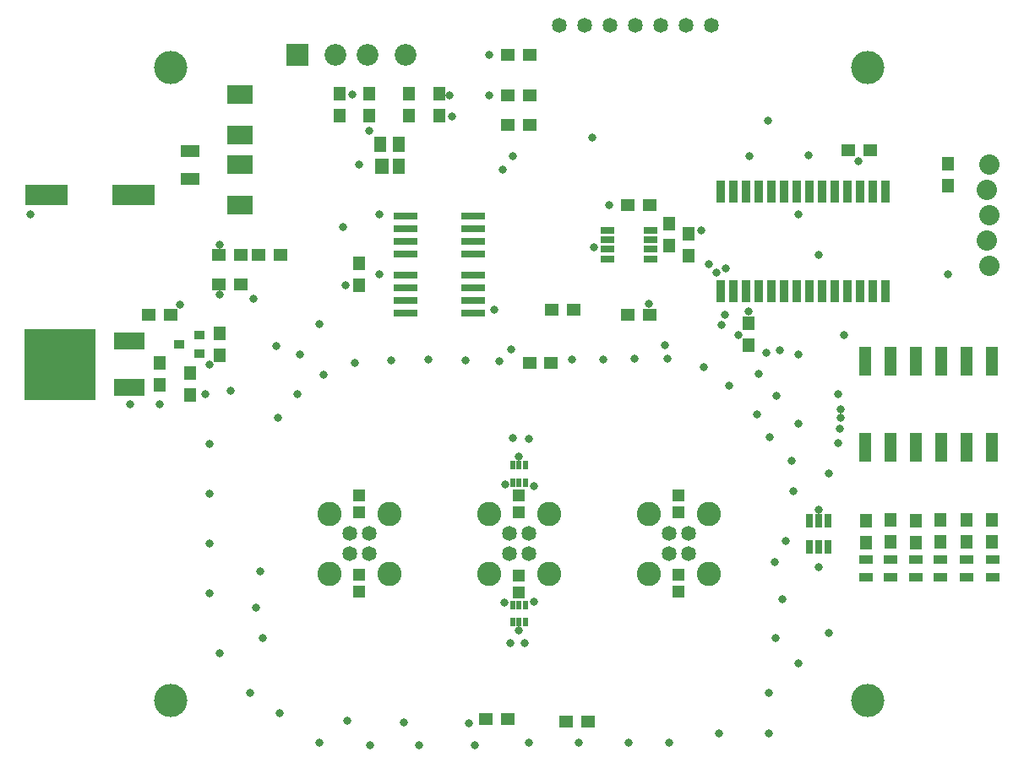
<source format=gts>
G75*
%MOIN*%
%OFA0B0*%
%FSLAX24Y24*%
%IPPOS*%
%LPD*%
%AMOC8*
5,1,8,0,0,1.08239X$1,22.5*
%
%ADD10C,0.1310*%
%ADD11C,0.0953*%
%ADD12C,0.0585*%
%ADD13R,0.0769X0.0454*%
%ADD14R,0.0454X0.0532*%
%ADD15C,0.0800*%
%ADD16R,0.0532X0.0454*%
%ADD17R,0.1005X0.0769*%
%ADD18R,0.1674X0.0847*%
%ADD19R,0.0454X0.0627*%
%ADD20R,0.0532X0.0627*%
%ADD21R,0.0860X0.0860*%
%ADD22C,0.0860*%
%ADD23R,0.0414X0.0375*%
%ADD24R,0.0532X0.0257*%
%ADD25R,0.0320X0.0860*%
%ADD26R,0.0500X0.1160*%
%ADD27R,0.0532X0.0375*%
%ADD28R,0.0277X0.0532*%
%ADD29R,0.0217X0.0336*%
%ADD30R,0.0454X0.0493*%
%ADD31R,0.0930X0.0300*%
%ADD32R,0.2816X0.2816*%
%ADD33R,0.1241X0.0690*%
%ADD34C,0.0330*%
D10*
X008851Y004589D03*
X036351Y004589D03*
X036351Y029589D03*
X008851Y029589D03*
D11*
X015121Y011971D03*
X017483Y011971D03*
X017483Y009609D03*
X015121Y009609D03*
X021420Y009609D03*
X023782Y009609D03*
X023782Y011971D03*
X021420Y011971D03*
X027719Y011971D03*
X030081Y011971D03*
X030081Y009609D03*
X027719Y009609D03*
D12*
X028506Y010396D03*
X029294Y010396D03*
X029294Y011184D03*
X028506Y011184D03*
X022995Y011184D03*
X022207Y011184D03*
X022207Y010396D03*
X022995Y010396D03*
X016695Y010396D03*
X015908Y010396D03*
X015908Y011184D03*
X016695Y011184D03*
X024176Y031262D03*
X025176Y031262D03*
X026176Y031262D03*
X027176Y031262D03*
X028176Y031262D03*
X029176Y031262D03*
X030176Y031262D03*
D13*
X009609Y026302D03*
X009609Y025199D03*
D14*
X015514Y027680D03*
X015514Y028546D03*
X016695Y028546D03*
X016695Y027680D03*
X018270Y027680D03*
X018270Y028546D03*
X019451Y028546D03*
X019451Y027680D03*
X016302Y021853D03*
X016302Y020987D03*
X010790Y019097D03*
X010790Y018231D03*
X009609Y017522D03*
X009609Y016656D03*
X008428Y017050D03*
X008428Y017916D03*
X028506Y022562D03*
X029294Y022168D03*
X029294Y023034D03*
X028506Y023428D03*
X031656Y019491D03*
X031656Y018625D03*
X039530Y024924D03*
X039530Y025790D03*
X039215Y011735D03*
X039215Y010869D03*
X038270Y010829D03*
X038270Y011695D03*
X037247Y011735D03*
X037247Y010869D03*
X036302Y010829D03*
X036302Y011695D03*
X040239Y011735D03*
X040239Y010869D03*
X041262Y010869D03*
X041262Y011735D03*
D15*
X041155Y021751D03*
X041055Y022751D03*
X041155Y023751D03*
X041055Y024751D03*
X041155Y025751D03*
D16*
X036459Y026341D03*
X035593Y026341D03*
X027758Y024176D03*
X026892Y024176D03*
X023034Y027325D03*
X022168Y027325D03*
X022168Y028506D03*
X023034Y028506D03*
X023034Y030081D03*
X022168Y030081D03*
X013191Y022207D03*
X012325Y022207D03*
X011617Y022207D03*
X010751Y022207D03*
X010751Y021026D03*
X011617Y021026D03*
X008861Y019845D03*
X007995Y019845D03*
X023004Y017928D03*
X023870Y017928D03*
X023900Y020022D03*
X024766Y020022D03*
X026892Y019845D03*
X027758Y019845D03*
X025317Y003762D03*
X024451Y003762D03*
X022142Y003876D03*
X021276Y003876D03*
D17*
X011577Y024166D03*
X011577Y025760D03*
X011577Y026922D03*
X011577Y028516D03*
D18*
X007384Y024569D03*
X003959Y024569D03*
D19*
X017109Y026577D03*
X017857Y026577D03*
X017857Y025711D03*
D20*
X017188Y025711D03*
D21*
X013850Y030081D03*
D22*
X015368Y030081D03*
X016606Y030081D03*
X018124Y030081D03*
D23*
X010003Y019038D03*
X010003Y018290D03*
X009176Y018664D03*
D24*
X026085Y022040D03*
X026085Y022414D03*
X026085Y022788D03*
X026085Y023162D03*
X027778Y023162D03*
X027778Y022788D03*
X027778Y022414D03*
X027778Y022040D03*
D25*
X030544Y020776D03*
X031044Y020776D03*
X031544Y020776D03*
X032044Y020776D03*
X032544Y020776D03*
X033044Y020776D03*
X033544Y020776D03*
X034044Y020776D03*
X034544Y020776D03*
X035044Y020776D03*
X035544Y020776D03*
X036044Y020776D03*
X036544Y020776D03*
X037044Y020776D03*
X037044Y024682D03*
X036544Y024682D03*
X036044Y024682D03*
X035544Y024682D03*
X035044Y024682D03*
X034544Y024682D03*
X034044Y024682D03*
X033544Y024682D03*
X033044Y024682D03*
X032544Y024682D03*
X032044Y024682D03*
X031544Y024682D03*
X031044Y024682D03*
X030544Y024682D03*
D26*
X036243Y017995D03*
X037243Y017995D03*
X038243Y017995D03*
X039243Y017995D03*
X040243Y017995D03*
X041243Y017995D03*
X041243Y014609D03*
X040243Y014609D03*
X039243Y014609D03*
X038243Y014609D03*
X037243Y014609D03*
X036243Y014609D03*
D27*
X036302Y010160D03*
X037247Y010160D03*
X038270Y010160D03*
X039215Y010160D03*
X040239Y010160D03*
X040239Y009451D03*
X039215Y009451D03*
X038270Y009451D03*
X037247Y009451D03*
X036302Y009451D03*
X041302Y009451D03*
X041302Y010160D03*
D28*
X034786Y010672D03*
X034412Y010672D03*
X034038Y010672D03*
X034038Y011695D03*
X034412Y011695D03*
X034786Y011695D03*
D29*
X022857Y013211D03*
X022601Y013211D03*
X022345Y013211D03*
X022345Y013880D03*
X022601Y013880D03*
X022857Y013880D03*
X022857Y008369D03*
X022601Y008369D03*
X022345Y008369D03*
X022345Y007699D03*
X022601Y007699D03*
X022857Y007699D03*
D30*
X022601Y008861D03*
X022601Y009530D03*
X022601Y012030D03*
X022601Y012699D03*
X028900Y012699D03*
X028900Y012030D03*
X028900Y009550D03*
X028900Y008880D03*
X016302Y008880D03*
X016302Y009550D03*
X016302Y012030D03*
X016302Y012699D03*
D31*
X018121Y019882D03*
X018121Y020382D03*
X018121Y020882D03*
X018121Y021382D03*
X018121Y022245D03*
X018121Y022745D03*
X018121Y023245D03*
X018121Y023745D03*
X020771Y023745D03*
X020771Y023245D03*
X020771Y022745D03*
X020771Y022245D03*
X020771Y021382D03*
X020771Y020882D03*
X020771Y020382D03*
X020771Y019882D03*
D32*
X004491Y017877D03*
D33*
X007207Y018782D03*
X007207Y016971D03*
D34*
X007247Y016302D03*
X008428Y016302D03*
X010220Y016705D03*
X011231Y016818D03*
X010396Y017877D03*
X013011Y018585D03*
X013940Y018270D03*
X014884Y017463D03*
X016105Y017916D03*
X017542Y018034D03*
X019018Y018054D03*
X020475Y018034D03*
X021814Y017995D03*
X022295Y018455D03*
X021636Y020026D03*
X024688Y018073D03*
X025908Y018073D03*
X027148Y018093D03*
X028467Y018093D03*
X028351Y018640D03*
X029884Y017758D03*
X030888Y017030D03*
X032050Y017483D03*
X032765Y016623D03*
X031991Y015908D03*
X032483Y014983D03*
X033625Y015514D03*
X035259Y015321D03*
X035271Y015751D03*
X035276Y016101D03*
X035199Y016695D03*
X033625Y018270D03*
X032889Y018424D03*
X032349Y018335D03*
X031258Y019043D03*
X030571Y019419D03*
X030723Y019818D03*
X031668Y019963D03*
X030372Y021502D03*
X030761Y021664D03*
X030081Y021814D03*
X029773Y023154D03*
X027716Y020275D03*
X025555Y022481D03*
X026144Y024176D03*
X025474Y026815D03*
X022365Y026095D03*
X021968Y025563D03*
X019949Y027662D03*
X019845Y028506D03*
X021420Y028506D03*
X021420Y030081D03*
X016694Y027100D03*
X016302Y025751D03*
X017089Y023782D03*
X015663Y023288D03*
X017089Y021420D03*
X015743Y020991D03*
X014727Y019451D03*
X012116Y020458D03*
X010790Y020632D03*
X009215Y020239D03*
X010790Y022601D03*
X013841Y016695D03*
X013073Y015770D03*
X010396Y014727D03*
X010396Y012758D03*
X010396Y010790D03*
X012384Y009707D03*
X012227Y008270D03*
X012483Y007050D03*
X010790Y006459D03*
X011971Y004884D03*
X013152Y004097D03*
X014727Y002916D03*
X015829Y003802D03*
X016735Y002837D03*
X018054Y003743D03*
X018644Y002817D03*
X020632Y003703D03*
X020869Y002837D03*
X022995Y002916D03*
X024963Y002916D03*
X026932Y002916D03*
X028506Y002916D03*
X030475Y003310D03*
X032443Y003310D03*
X032443Y004884D03*
X033625Y006066D03*
X032719Y007069D03*
X034806Y007247D03*
X032995Y008605D03*
X032680Y010062D03*
X033113Y010908D03*
X034431Y009851D03*
X034412Y012129D03*
X033408Y012877D03*
X033369Y014058D03*
X034806Y013546D03*
X035198Y014746D03*
X035406Y019019D03*
X034412Y022207D03*
X033625Y023782D03*
X035974Y025908D03*
X034018Y026144D03*
X032404Y027483D03*
X031695Y026105D03*
X039530Y021420D03*
X022974Y014939D03*
X022363Y014950D03*
X022601Y014215D03*
X022044Y013114D03*
X023174Y013078D03*
X023179Y008500D03*
X022029Y008452D03*
X022601Y007365D03*
X022836Y006863D03*
X022270Y006853D03*
X010396Y008821D03*
X003310Y023782D03*
X016006Y028526D03*
M02*

</source>
